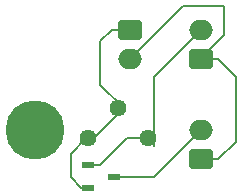
<source format=gbr>
%TF.GenerationSoftware,KiCad,Pcbnew,9.0.0*%
%TF.CreationDate,2025-03-22T17:47:37+01:00*%
%TF.ProjectId,FanControles,46616e43-6f6e-4747-926f-6c65732e6b69,rev?*%
%TF.SameCoordinates,Original*%
%TF.FileFunction,Copper,L1,Top*%
%TF.FilePolarity,Positive*%
%FSLAX46Y46*%
G04 Gerber Fmt 4.6, Leading zero omitted, Abs format (unit mm)*
G04 Created by KiCad (PCBNEW 9.0.0) date 2025-03-22 17:47:37*
%MOMM*%
%LPD*%
G01*
G04 APERTURE LIST*
G04 Aperture macros list*
%AMRoundRect*
0 Rectangle with rounded corners*
0 $1 Rounding radius*
0 $2 $3 $4 $5 $6 $7 $8 $9 X,Y pos of 4 corners*
0 Add a 4 corners polygon primitive as box body*
4,1,4,$2,$3,$4,$5,$6,$7,$8,$9,$2,$3,0*
0 Add four circle primitives for the rounded corners*
1,1,$1+$1,$2,$3*
1,1,$1+$1,$4,$5*
1,1,$1+$1,$6,$7*
1,1,$1+$1,$8,$9*
0 Add four rect primitives between the rounded corners*
20,1,$1+$1,$2,$3,$4,$5,0*
20,1,$1+$1,$4,$5,$6,$7,0*
20,1,$1+$1,$6,$7,$8,$9,0*
20,1,$1+$1,$8,$9,$2,$3,0*%
G04 Aperture macros list end*
%TA.AperFunction,ComponentPad*%
%ADD10RoundRect,0.250000X0.750000X-0.600000X0.750000X0.600000X-0.750000X0.600000X-0.750000X-0.600000X0*%
%TD*%
%TA.AperFunction,ComponentPad*%
%ADD11O,2.000000X1.700000*%
%TD*%
%TA.AperFunction,SMDPad,CuDef*%
%ADD12R,1.050000X0.600000*%
%TD*%
%TA.AperFunction,ComponentPad*%
%ADD13RoundRect,0.250000X-0.750000X0.600000X-0.750000X-0.600000X0.750000X-0.600000X0.750000X0.600000X0*%
%TD*%
%TA.AperFunction,ComponentPad*%
%ADD14C,1.440000*%
%TD*%
%TA.AperFunction,ViaPad*%
%ADD15C,5.000000*%
%TD*%
%TA.AperFunction,Conductor*%
%ADD16C,0.200000*%
%TD*%
G04 APERTURE END LIST*
D10*
%TO.P,P1,1,1*%
%TO.N,/+24v*%
X151000000Y-91000000D03*
D11*
%TO.P,P1,2,2*%
%TO.N,/Fan*%
X151000000Y-88500000D03*
%TD*%
D10*
%TO.P,P3,1,1*%
%TO.N,/+24v*%
X151050000Y-82500000D03*
D11*
%TO.P,P3,2,2*%
%TO.N,Net-(Q1-G)*%
X151050000Y-80000000D03*
%TD*%
D12*
%TO.P,Q1,1,G*%
%TO.N,Net-(Q1-G)*%
X141462500Y-91500000D03*
%TO.P,Q1,2,S*%
%TO.N,GND*%
X141462500Y-93400000D03*
%TO.P,Q1,3,D*%
%TO.N,/Fan*%
X143662500Y-92450000D03*
%TD*%
D13*
%TO.P,P2,1,1*%
%TO.N,GND*%
X145000000Y-80000000D03*
D11*
%TO.P,P2,2,2*%
%TO.N,/+24v*%
X145000000Y-82500000D03*
%TD*%
D14*
%TO.P,RV1,1,1*%
%TO.N,GND*%
X141500000Y-89225000D03*
%TO.P,RV1,2,2*%
X144040000Y-86685000D03*
%TO.P,RV1,3,3*%
%TO.N,Net-(Q1-G)*%
X146580000Y-89225000D03*
%TD*%
D15*
%TO.N,*%
X137000000Y-88500000D03*
%TD*%
D16*
%TO.N,/+24v*%
X151050000Y-82500000D02*
X151050000Y-82450000D01*
X151000000Y-91000000D02*
X152500000Y-91000000D01*
X149500000Y-78000000D02*
X145000000Y-82500000D01*
X152500000Y-91000000D02*
X154000000Y-89500000D01*
X152500000Y-82500000D02*
X151050000Y-82500000D01*
X151050000Y-82450000D02*
X153000000Y-80500000D01*
X154000000Y-89500000D02*
X154000000Y-84000000D01*
X154000000Y-84000000D02*
X152500000Y-82500000D01*
X153000000Y-78000000D02*
X149500000Y-78000000D01*
X153000000Y-80500000D02*
X153000000Y-78000000D01*
%TO.N,/Fan*%
X147050000Y-92450000D02*
X151000000Y-88500000D01*
X143500000Y-92450000D02*
X147050000Y-92450000D01*
%TO.N,GND*%
X140000000Y-90500000D02*
X140000000Y-92500000D01*
X142500000Y-81000000D02*
X142500000Y-84670000D01*
X145000000Y-80000000D02*
X143500000Y-80000000D01*
X141275000Y-89225000D02*
X140000000Y-90500000D01*
X140000000Y-92500000D02*
X140900000Y-93400000D01*
X141975000Y-89225000D02*
X141275000Y-89225000D01*
X143500000Y-80000000D02*
X142500000Y-81000000D01*
X140900000Y-93400000D02*
X141625000Y-93400000D01*
X144515000Y-86685000D02*
X141975000Y-89225000D01*
X142500000Y-84670000D02*
X144515000Y-86685000D01*
%TO.N,Net-(Q1-G)*%
X142500000Y-91500000D02*
X144775000Y-89225000D01*
X141625000Y-91500000D02*
X142500000Y-91500000D01*
X147055000Y-83995000D02*
X147055000Y-89225000D01*
X151050000Y-80000000D02*
X147055000Y-83995000D01*
X147055000Y-89225000D02*
X147055000Y-89845000D01*
X144775000Y-89225000D02*
X147055000Y-89225000D01*
%TD*%
M02*

</source>
